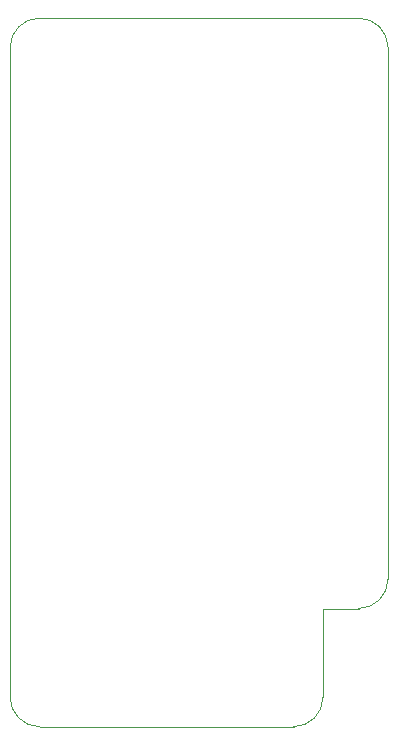
<source format=gko>
G04*
G04 #@! TF.GenerationSoftware,Altium Limited,Altium Designer,22.9.1 (49)*
G04*
G04 Layer_Color=16711935*
%FSLAX44Y44*%
%MOMM*%
G71*
G04*
G04 #@! TF.SameCoordinates,7A88E338-F056-4336-BEC6-008BA3D2BE7B*
G04*
G04*
G04 #@! TF.FilePolarity,Positive*
G04*
G01*
G75*
%ADD12C,0.1000*%
D12*
X240000Y0D02*
G03*
X265000Y25000I0J25000D01*
G01*
X295000Y100000D02*
G03*
X320000Y125000I0J25000D01*
G01*
X320000Y575000D02*
G03*
X295000Y600000I-25000J0D01*
G01*
X0Y25000D02*
G03*
X25000Y0I25000J-0D01*
G01*
X25000Y600000D02*
G03*
X0Y575000I-0J-25000D01*
G01*
X265000Y100000D02*
X295000D01*
X265000Y25000D02*
Y100000D01*
X25000Y0D02*
X240000D01*
X0Y25000D02*
Y575000D01*
X25000Y600000D02*
X295000D01*
X320000Y125000D02*
Y575000D01*
M02*

</source>
